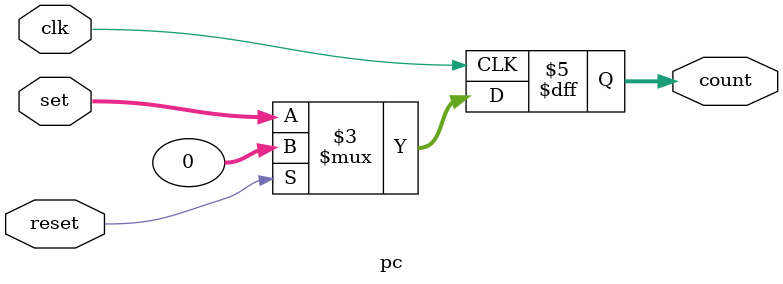
<source format=sv>
module pc(
    input logic clk, reset,
    input logic [31:0] set,
    output logic [31:0] count
);

    always_ff @ (posedge clk) begin
        if (reset)
            count <= 32'b0;
        else
            count <= set;
    end
    
endmodule
</source>
